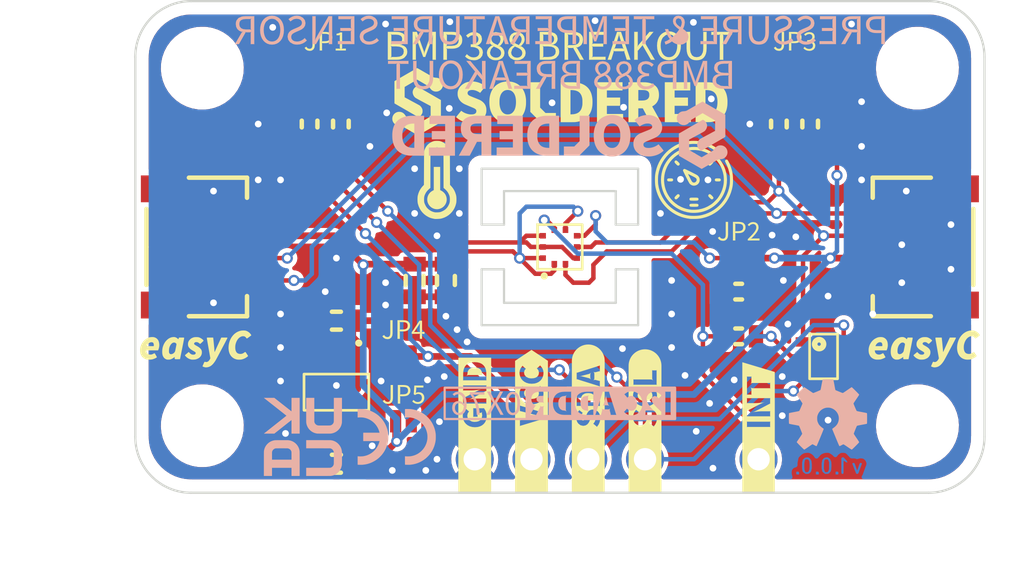
<source format=kicad_pcb>
(kicad_pcb (version 20211014) (generator pcbnew)
  (title_block (title "Pressure & temperature sensor BMP388 breakout") (date "2023-10-31") (rev "V1.0.0.") (company "Soldered Electronics") (comment 1 "333311"))
  (layers (0 "F.Cu" signal) (31 "B.Cu" signal) (34 "B.Paste" user) (35 "F.Paste" user) (36 "B.SilkS" user "B.Silkscreen") (37 "F.SilkS" user "F.Silkscreen") (38 "B.Mask" user) (39 "F.Mask" user) (44 "Edge.Cuts" user))
  (net 0 "")
  (net 1 "GND")
  (net 2 "3V3")
  (net 3 "Net-(C3-Pad2)")
  (net 4 "SDA_PULL5")
  (net 5 "VCC")
  (net 6 "SCL_PULL5")
  (net 7 "SDO")
  (net 8 "SDA_PULL3.3")
  (net 9 "SCL_PULL3.3")
  (net 10 "SCL3.3")
  (net 11 "SDA3.3")
  (net 12 "SCL5")
  (net 13 "SDA5")
  (net 15 "INT")
  (footprint "e-radionica.com footprinti:0603R" (layer "F.Cu") (at 137 143)
    (fp_text reference "R6")
    (fp_text value "10k")
    (pad "1" smd rect locked (at -0.775 0 90) (size 1 0.64) (layers "F.Cu" "F.Paste" "F.Mask") (net 15 "INT"))
    (pad "2" smd rect locked (at 0.775 0 90) (size 1 0.64) (layers "F.Cu" "F.Paste" "F.Mask") (net 2 "3V3"))
  )
  (footprint "kibuzzard-6540E3E9" (layer "F.Cu") (at 118.5 129.8)
    (fp_text reference "kibuzzard-6540E3E9" hide)
    (fp_text value "G***" hide)
  )
  (footprint "e-radionica.com footprinti:HOLE_3.2mm" (layer "F.Cu") (at 145 131)
    (fp_text reference "H3" hide)
    (fp_text value "HOLE_3.2mm" hide)
    (pad "" np_thru_hole circle locked (at 0 0) (size 3.2 3.2) (drill 3.2) (layers F&B.Cu *.Mask))
  )
  (footprint "kibuzzard-6540E22C" (layer "F.Cu") (at 125.19 147 90)
    (fp_text reference "kibuzzard-6540E22C" hide)
    (fp_text value "G***" hide)
  )
  (footprint "kibuzzard-6540E3FA" (layer "F.Cu") (at 139.5 129.8)
    (fp_text reference "kibuzzard-6540E3FA" hide)
    (fp_text value "G***" hide)
  )
  (footprint "e-radionica.com footprinti:easyC-connector" (layer "F.Cu") (at 113.3 139 90)
    (fp_text reference "K1")
    (fp_text value "easyC-SMD")
    (pad "1" smd rect locked (at -1.5 2.15 90) (size 0.6 1.55) (layers "F.Cu" "F.Paste" "F.Mask") (net 10 "SCL3.3"))
    (pad "2" smd rect locked (at -0.5 2.15 90) (size 0.6 1.55) (layers "F.Cu" "F.Paste" "F.Mask") (net 11 "SDA3.3"))
    (pad "3" smd rect locked (at 0.5 2.15 90) (size 0.6 1.55) (layers "F.Cu" "F.Paste" "F.Mask") (net 2 "3V3"))
    (pad "4" smd rect locked (at 1.5 2.15 90) (size 0.6 1.55) (layers "F.Cu" "F.Paste" "F.Mask") (net 1 "GND"))
    (pad "5" smd rect locked (at 2.6 -2.15 90) (size 1.2 1.8) (layers "F.Cu" "F.Paste" "F.Mask") (net 1 "GND"))
    (pad "5" smd rect locked (at -2.6 -2.15 90) (size 1.2 1.8) (layers "F.Cu" "F.Paste" "F.Mask") (net 1 "GND"))
  )
  (footprint "Soldered Graphics:Logo-Front-easyC-5mm" (layer "F.Cu") (at 145.3 143.5)
    (fp_text reference "G***" hide)
    (fp_text value "LOGO" hide)
  )
  (footprint "e-radionica.com footprinti:0603C" (layer "F.Cu") (at 119 148.7)
    (fp_text reference "C4")
    (fp_text value "2u2")
    (pad "1" smd rect locked (at -0.73 0) (size 0.66 1) (layers "F.Cu" "F.Paste" "F.Mask") (net 1 "GND"))
    (pad "2" smd rect locked (at 0.73 0) (size 0.66 1) (layers "F.Cu" "F.Paste" "F.Mask") (net 2 "3V3"))
  )
  (footprint "kibuzzard-6540E248" (layer "F.Cu") (at 130.27 146.7 90)
    (fp_text reference "kibuzzard-6540E248" hide)
    (fp_text value "G***" hide)
  )
  (footprint "e-radionica.com footprinti:SOT-363" (layer "F.Cu") (at 140.8 143.9)
    (fp_text reference "U2")
    (fp_text value "NMOS-DUAL")
    (pad "1" smd rect (at -0.92 -0.65 90) (size 0.42 0.66) (layers "F.Cu" "F.Paste" "F.Mask") (net 11 "SDA3.3"))
    (pad "2" smd rect (at -0.92 0 90) (size 0.42 0.66) (layers "F.Cu" "F.Paste" "F.Mask") (net 2 "3V3"))
    (pad "3" smd rect (at -0.92 0.65 90) (size 0.42 0.66) (layers "F.Cu" "F.Paste" "F.Mask") (net 12 "SCL5"))
    (pad "4" smd rect (at 0.92 0.65 90) (size 0.42 0.66) (layers "F.Cu" "F.Paste" "F.Mask") (net 10 "SCL3.3"))
    (pad "5" smd rect (at 0.92 0 90) (size 0.42 0.66) (layers "F.Cu" "F.Paste" "F.Mask") (net 2 "3V3"))
    (pad "6" smd rect (at 0.92 -0.65 90) (size 0.42 0.66) (layers "F.Cu" "F.Paste" "F.Mask") (net 13 "SDA5"))
  )
  (footprint "e-radionica.com footprinti:HOLE_3.2mm" (layer "F.Cu") (at 145 147)
    (fp_text reference "H4" hide)
    (fp_text value "HOLE_3.2mm" hide)
    (pad "" np_thru_hole circle locked (at 0 0) (size 3.2 3.2) (drill 3.2) (layers F&B.Cu *.Mask))
  )
  (footprint "e-radionica.com footprinti:0603R" (layer "F.Cu") (at 138.8 133.5 -90)
    (fp_text reference "R1")
    (fp_text value "10k")
    (pad "1" smd rect locked (at -0.775 0) (size 1 0.64) (layers "F.Cu" "F.Paste" "F.Mask") (net 8 "SDA_PULL3.3"))
    (pad "2" smd rect locked (at 0.775 0) (size 1 0.64) (layers "F.Cu" "F.Paste" "F.Mask") (net 11 "SDA3.3"))
  )
  (footprint "e-radionica.com footprinti:FIDUCIAL_23" (layer "F.Cu") (at 112.4 139)
    (fp_text reference "FD1")
    (fp_text value "FIDUCIAL")
    (fp_circle (center 0 0) (end 1 0) (layer "F.Cu") (width 0.2) (fill none))
    (pad "1" smd circle (at 0 0) (size 1 1) (layers "F.Cu" "F.Mask") (clearance 1.1))
  )
  (footprint "e-radionica.com footprinti:easyC-connector" (layer "F.Cu") (at 144.7 139 -90)
    (fp_text reference "K4")
    (fp_text value "easyC-SMD")
    (pad "1" smd rect locked (at -1.5 2.15 270) (size 0.6 1.55) (layers "F.Cu" "F.Paste" "F.Mask") (net 10 "SCL3.3"))
    (pad "2" smd rect locked (at -0.5 2.15 270) (size 0.6 1.55) (layers "F.Cu" "F.Paste" "F.Mask") (net 11 "SDA3.3"))
    (pad "3" smd rect locked (at 0.5 2.15 270) (size 0.6 1.55) (layers "F.Cu" "F.Paste" "F.Mask") (net 2 "3V3"))
    (pad "4" smd rect locked (at 1.5 2.15 270) (size 0.6 1.55) (layers "F.Cu" "F.Paste" "F.Mask") (net 1 "GND"))
    (pad "5" smd rect locked (at -2.6 -2.15 270) (size 1.2 1.8) (layers "F.Cu" "F.Paste" "F.Mask") (net 1 "GND"))
    (pad "5" smd rect locked (at 2.6 -2.15 270) (size 1.2 1.8) (layers "F.Cu" "F.Paste" "F.Mask") (net 1 "GND"))
  )
  (footprint "kibuzzard-6540E413" (layer "F.Cu") (at 122 142.7)
    (fp_text reference "kibuzzard-6540E413" hide)
    (fp_text value "G***" hide)
  )
  (footprint "e-radionica.com footprinti:BMP388" (layer "F.Cu") (at 129 139 180)
    (fp_text reference "U1")
    (fp_text value "BMP388")
    (pad "1" smd rect (at 0.25 -0.7625 270) (size 0.275 0.25) (layers "F.Cu" "F.Paste" "F.Mask") (net 2 "3V3"))
    (pad "2" smd rect (at -0.25 -0.7625 270) (size 0.275 0.25) (layers "F.Cu" "F.Paste" "F.Mask") (net 10 "SCL3.3"))
    (pad "3" smd rect (at -0.7625 -0.5 180) (size 0.275 0.25) (layers "F.Cu" "F.Paste" "F.Mask") (net 1 "GND"))
    (pad "4" smd rect (at -0.7625 0 180) (size 0.275 0.25) (layers "F.Cu" "F.Paste" "F.Mask") (net 11 "SDA3.3"))
    (pad "5" smd rect (at -0.7625 0.5 180) (size 0.275 0.25) (layers "F.Cu" "F.Paste" "F.Mask") (net 7 "SDO"))
    (pad "6" smd rect (at -0.25 0.7625 270) (size 0.275 0.25) (layers "F.Cu" "F.Paste" "F.Mask") (net 2 "3V3"))
    (pad "7" smd rect (at 0.25 0.7625 270) (size 0.275 0.25) (layers "F.Cu" "F.Paste" "F.Mask") (net 15 "INT"))
    (pad "8" smd rect (at 0.7625 0.5 180) (size 0.275 0.25) (layers "F.Cu" "F.Paste" "F.Mask") (net 1 "GND"))
    (pad "9" smd rect (at 0.7625 0 180) (size 0.275 0.25) (layers "F.Cu" "F.Paste" "F.Mask") (net 1 "GND"))
    (pad "10" smd rect (at 0.7625 -0.5 180) (size 0.275 0.25) (layers "F.Cu" "F.Paste" "F.Mask") (net 2 "3V3"))
  )
  (footprint "kibuzzard-654100A7" (layer "F.Cu") (at 137.89 147.1 90)
    (fp_text reference "kibuzzard-654100A7" hide)
    (fp_text value "G***" hide)
  )
  (footprint "e-radionica.com footprinti:SMD_JUMPER" (layer "F.Cu") (at 122 146.8 180)
    (fp_text reference "JP5")
    (fp_text value "SMD_JUMPER")
    (pad "1" smd rect (at -0.35 0 180) (size 0.5 1) (layers "F.Cu" "F.Mask") (net 5 "VCC"))
    (pad "2" smd rect (at 0.35 0 180) (size 0.5 1) (layers "F.Cu" "F.Mask") (net 2 "3V3"))
  )
  (footprint "Soldered Graphics:Logo-Back-UKCA-3.5mm" (layer "F.Cu") (at 117.5 147.5)
    (fp_text reference "REF**" hide)
    (fp_text value "Logo-Back-UKCA-3.5mm" hide)
  )
  (footprint "Soldered Graphics:Logo-Front-SolderedFULL-15mm" (layer "F.Cu") (at 129 132.5)
    (fp_text reference "REF**" hide)
    (fp_text value "Logo-Front-SolderedFULL-15mm" hide)
  )
  (footprint "kibuzzard-6540E253" (layer "F.Cu") (at 132.81 146.8 90)
    (fp_text reference "kibuzzard-6540E253" hide)
    (fp_text value "G***" hide)
  )
  (footprint "Soldered Graphics:Logo-Back-CE-3.5mm" (layer "F.Cu") (at 121.7 147.5)
    (fp_text reference "REF**" hide)
    (fp_text value "Logo-Back-CE-3.5mm" hide)
  )
  (footprint "kibuzzard-6540E409" (layer "F.Cu") (at 137 138.3)
    (fp_text reference "kibuzzard-6540E409" hide)
    (fp_text value "G***" hide)
  )
  (footprint "e-radionica.com footprinti:SMD_JUMPER" (layer "F.Cu") (at 137 139.5 180)
    (fp_text reference "JP2")
    (fp_text value "SMD_JUMPER")
    (pad "1" smd rect (at -0.35 0 180) (size 0.5 1) (layers "F.Cu" "F.Mask") (net 2 "3V3"))
    (pad "2" smd rect (at 0.35 0 180) (size 0.5 1) (layers "F.Cu" "F.Mask") (net 7 "SDO"))
  )
  (footprint "e-radionica.com footprinti:SMD_JUMPER_3_PAD_TRACE" (layer "F.Cu") (at 139.5 131)
    (fp_text reference "JP3")
    (fp_text value "SMD_JUMPER_3_PAD_TRACE")
    (fp_poly (pts (xy -0.25 0.05) (xy -0.45 0.05) (xy -0.45 -0.05) (xy -0.25 -0.05)) (layer "F.Cu") (width 0.1) (fill solid))
    (fp_poly (pts (xy 0.45 0.05) (xy 0.25 0.05) (xy 0.25 -0.05) (xy 0.45 -0.05)) (layer "F.Cu") (width 0.1) (fill solid))
    (pad "1" smd rect (at -0.7 0 180) (size 0.5 1) (layers "F.Cu" "F.Mask") (net 8 "SDA_PULL3.3"))
    (pad "2" smd custom (at 0 0 180) (size 0.5 1) (layers "F.Cu" "F.Mask") (net 2 "3V3") (options (clearance outline) (anchor rect)) (primitives))
    (pad "3" smd rect (at 0.7 0 180) (size 0.5 1) (layers "F.Cu" "F.Mask") (net 9 "SCL_PULL3.3"))
  )
  (footprint "e-radionica.com footprinti:0603C" (layer "F.Cu") (at 122.5 140.5 90)
    (fp_text reference "C2")
    (fp_text value "100n")
    (pad "1" smd rect locked (at -0.73 0 90) (size 0.66 1) (layers "F.Cu" "F.Paste" "F.Mask") (net 1 "GND"))
    (pad "2" smd rect locked (at 0.73 0 90) (size 0.66 1) (layers "F.Cu" "F.Paste" "F.Mask") (net 2 "3V3"))
  )
  (footprint "e-radionica.com footprinti:SOT-23-5" (layer "F.Cu") (at 119 145.5 90)
    (fp_text reference "U3")
    (fp_text value "SE5218ALG")
    (pad "1" smd rect (at 1.3 0.95 270) (size 1.1 0.6) (layers "F.Cu" "F.Paste" "F.Mask") (net 3 "Net-(C3-Pad2)"))
    (pad "2" smd rect (at 1.3 0 270) (size 1.1 0.6) (layers "F.Cu" "F.Paste" "F.Mask") (net 1 "GND"))
    (pad "3" smd rect (at 1.3 -0.95 270) (size 1.1 0.6) (layers "F.Cu" "F.Paste" "F.Mask") (net 3 "Net-(C3-Pad2)"))
    (pad "4" smd rect (at -1.3 -0.95 270) (size 1.1 0.6) (layers "F.Cu" "F.Paste" "F.Mask"))
    (pad "5" smd rect (at -1.3 0.95 270) (size 1.1 0.6) (layers "F.Cu" "F.Paste" "F.Mask") (net 2 "3V3"))
  )
  (footprint "Soldered Graphics:Logo-Back-SolderedFULL-15mm" (layer "F.Cu") (at 129 134)
    (fp_text reference "REF**" hide)
    (fp_text value "Logo-Front-SolderedFULL-15mm" hide)
  )
  (footprint "e-radionica.com footprinti:HOLE_3.2mm" (layer "F.Cu") (at 113 147)
    (fp_text reference "H1" hide)
    (fp_text value "HOLE_3.2mm" hide)
    (pad "" np_thru_hole circle locked (at 0 0) (size 3.2 3.2) (drill 3.2) (layers F&B.Cu *.Mask))
  )
  (footprint "kibuzzard-6540E41D" (layer "F.Cu") (at 122 145.6)
    (fp_text reference "kibuzzard-6540E41D" hide)
    (fp_text value "G***" hide)
  )
  (footprint "Soldered Graphics:Logo-Front-easyC-5mm" (layer "F.Cu") (at 112.7 143.5)
    (fp_text reference "G***" hide)
    (fp_text value "LOGO" hide)
  )
  (footprint "e-radionica.com footprinti:0603R" (layer "F.Cu") (at 119.2 133.5 -90)
    (fp_text reference "R2")
    (fp_text value "10k")
    (pad "1" smd rect locked (at -0.775 0) (size 1 0.64) (layers "F.Cu" "F.Paste" "F.Mask") (net 6 "SCL_PULL5"))
    (pad "2" smd rect locked (at 0.775 0) (size 1 0.64) (layers "F.Cu" "F.Paste" "F.Mask") (net 12 "SCL5"))
  )
  (footprint "Soldered Graphics:Logo-Back-OSH-3.5mm" (layer "F.Cu") (at 141 146.5)
    (fp_text reference "G***" hide)
    (fp_text value "LOGO" hide)
  )
  (footprint "e-radionica.com footprinti:0603R" (layer "F.Cu") (at 140.2 133.5 90)
    (fp_text reference "R5")
    (fp_text value "10k")
    (pad "1" smd rect locked (at -0.775 0 180) (size 1 0.64) (layers "F.Cu" "F.Paste" "F.Mask") (net 10 "SCL3.3"))
    (pad "2" smd rect locked (at 0.775 0 180) (size 1 0.64) (layers "F.Cu" "F.Paste" "F.Mask") (net 9 "SCL_PULL3.3"))
  )
  (footprint "kibuzzard-6540EFF4" (layer "F.Cu") (at 129 130)
    (fp_text reference "kibuzzard-6540EFF4" hide)
    (fp_text value "G***" hide)
  )
  (footprint "e-radionica.com footprinti:SMD-JUMPER-CONNECTED_TRACE_SOLDERMASK" (layer "F.Cu") (at 122 143.9)
    (fp_text reference "JP4")
    (fp_text value "SMD-JUMPER-CONNECTED_TRACE_SOLDERMASK")
    (fp_poly (pts (xy 0.1 0.1) (xy -0.1 0.1) (xy -0.1 -0.1) (xy 0.1 -0.1)) (layer "F.Cu") (width 0.1) (fill solid))
    (pad "1" smd rect (at -0.35 0) (size 0.5 1) (layers "F.Cu" "F.Mask") (net 3 "Net-(C3-Pad2)"))
    (pad "2" smd rect (at 0.35 0) (size 0.5 1) (layers "F.Cu" "F.Mask") (net 5 "VCC"))
  )
  (footprint "Soldered Graphics:Symbol-Front-Temperature" (layer "F.Cu") (at 123.5 136)
    (fp_text reference "G***" hide)
    (fp_text value "LOGO" hide)
  )
  (footprint "e-radionica.com footprinti:HEADER_MALE_1X1" (layer "F.Cu") (at 137.89 148.5)
    (fp_text reference "K3")
    (fp_text value "HEADER_MALE_1X1")
    (pad "1" thru_hole circle locked (at 0 0) (size 1.7 1.7) (drill 1) (layers *.Cu *.Mask) (net 15 "INT"))
  )
  (footprint "e-radionica.com footprinti:HOLE_3.2mm" (layer "F.Cu") (at 113 131)
    (fp_text reference "H2" hide)
    (fp_text value "HOLE_3.2mm" hide)
    (pad "" np_thru_hole circle locked (at 0 0) (size 3.2 3.2) (drill 3.2) (layers F&B.Cu *.Mask))
  )
  (footprint "Soldered Graphics:Symbol-front-Pressure" (layer "F.Cu") (at 135 136)
    (fp_text reference "G***" hide)
    (fp_text value "LOGO" hide)
  )
  (footprint "e-radionica.com footprinti:SMD_JUMPER_3_PAD_TRACE" (layer "F.Cu") (at 118.5 131)
    (fp_text reference "JP1")
    (fp_text value "SMD_JUMPER_3_PAD_TRACE")
    (fp_poly (pts (xy 0.45 0.05) (xy 0.25 0.05) (xy 0.25 -0.05) (xy 0.45 -0.05)) (layer "F.Cu") (width 0.1) (fill solid))
    (fp_poly (pts (xy -0.25 0.05) (xy -0.45 0.05) (xy -0.45 -0.05) (xy -0.25 -0.05)) (layer "F.Cu") (width 0.1) (fill solid))
    (pad "1" smd rect (at -0.7 0 180) (size 0.5 1) (layers "F.Cu" "F.Mask") (net 4 "SDA_PULL5"))
    (pad "2" smd custom (at 0 0 180) (size 0.5 1) (layers "F.Cu" "F.Mask") (net 5 "VCC") (options (clearance outline) (anchor rect)) (primitives))
    (pad "3" smd rect (at 0.7 0 180) (size 0.5 1) (layers "F.Cu" "F.Mask") (net 6 "SCL_PULL5"))
  )
  (footprint "e-radionica.com footprinti:0603C" (layer "F.Cu") (at 119 142.3)
    (fp_text reference "C3")
    (fp_text value "2u2")
    (pad "1" smd rect locked (at -0.73 0) (size 0.66 1) (layers "F.Cu" "F.Paste" "F.Mask") (net 1 "GND"))
    (pad "2" smd rect locked (at 0.73 0) (size 0.66 1) (layers "F.Cu" "F.Paste" "F.Mask") (net 3 "Net-(C3-Pad2)"))
  )
  (footprint "e-radionica.com footprinti:HEADER_MALE_4X1" (layer "F.Cu") (at 129 148.5 180)
    (fp_text reference "K2")
    (fp_text value "HEADER_MALE_4X1")
    (pad "1" thru_hole circle locked (at -3.81 0 180) (size 1.7 1.7) (drill 1) (layers *.Cu *.Mask) (net 12 "SCL5"))
    (pad "2" thru_hole circle locked (at -1.27 0 180) (size 1.7 1.7) (drill 1) (layers *.Cu *.Mask) (net 13 "SDA5"))
    (pad "3" thru_hole circle locked (at 1.27 0 180) (size 1.7 1.7) (drill 1) (layers *.Cu *.Mask) (net 5 "VCC"))
    (pad "4" thru_hole circle locked (at 3.81 0 180) (size 1.7 1.7) (drill 1) (layers *.Cu *.Mask) (net 1 "GND"))
  )
  (footprint "e-radionica.com footprinti:0603R" (layer "F.Cu") (at 117.8 133.5 90)
    (fp_text reference "R4")
    (fp_text value "10k")
    (pad "1" smd rect locked (at -0.775 0 180) (size 1 0.64) (layers "F.Cu" "F.Paste" "F.Mask") (net 13 "SDA5"))
    (pad "2" smd rect locked (at 0.775 0 180) (size 1 0.64) (layers "F.Cu" "F.Paste" "F.Mask") (net 4 "SDA_PULL5"))
  )
  (footprint "e-radionica.com footprinti:0603C" (layer "F.Cu") (at 123.9 140.5 90)
    (fp_text reference "C1")
    (fp_text value "100n")
    (pad "1" smd rect locked (at -0.73 0 90) (size 0.66 1) (layers "F.Cu" "F.Paste" "F.Mask") (net 1 "GND"))
    (pad "2" smd rect locked (at 0.73 0 90) (size 0.66 1) (layers "F.Cu" "F.Paste" "F.Mask") (net 2 "3V3"))
  )
  (footprint "kibuzzard-6540E239" (layer "F.Cu") (at 127.73 146.8 90)
    (fp_text reference "kibuzzard-6540E239" hide)
    (fp_text value "G***" hide)
  )
  (footprint "e-radionica.com footprinti:0603R" (layer "F.Cu") (at 137 141 180)
    (fp_text reference "R3")
    (fp_text value "100k")
    (pad "1" smd rect locked (at -0.775 0 270) (size 1 0.64) (layers "F.Cu" "F.Paste" "F.Mask") (net 1 "GND"))
    (pad "2" smd rect locked (at 0.775 0 270) (size 1 0.64) (layers "F.Cu" "F.Paste" "F.Mask") (net 7 "SDO"))
  )
  (footprint "Soldered Graphics:Symbol-Front-I2C-ADDR-Field-NewFont" (layer "B.Cu") (at 129 146 180)
    (fp_text reference "REF**" hide)
    (fp_text value "Symbol-Front-I2C-ADDR-Field" hide)
  )
  (footprint "kibuzzard-6540EFF4" (layer "B.Cu") (at 129 131.3 180)
    (fp_text reference "kibuzzard-6540EFF4" hide)
    (fp_text value "G***" hide)
  )
  (footprint "kibuzzard-65410794" (layer "B.Cu") (at 129 129.3 180)
    (fp_text reference "kibuzzard-65410794" hide)
    (fp_text value "G***" hide)
  )
  (footprint "kibuzzard-6540E637" (layer "B.Cu") (at 125.7 146 180)
    (fp_text reference "kibuzzard-6540E637" hide)
    (fp_text value "G***" hide)
  )
  (footprint "Soldered Graphics:Version1.0.0." (layer "B.Cu") (at 141 148.8 180)
    (fp_text reference "Ref**" hide)
    (fp_text value "Val**" hide)
    (fp_poly (pts (xy 0.93 -0.35) (xy 0.99 -0.35) (xy 1.04 -0.33) (xy 1.01 -0.28) (xy 0.91 -0.28) (xy 0.87 -0.25) (xy 0.85 -0.2) (xy 0.83 -0.15) (xy 0.83 -0.11) (xy 0.82 0.01) (xy 0.83 0.13) (xy 0.83 0.17) (xy 0.84 0.22) (xy 0.87 0.27) (xy 0.9 0.3) (xy 1.01 0.3) (xy 1.04 0.26) (xy 1.05 0.21) (xy 1.06 0.15) (xy 1.07 0.05) (xy 1.07 -0.08) (xy 1.06 -0.12) (xy 1.06 -0.17) (xy 1.04 -0.22) (xy 1.02 -0.27) (xy 1.01 -0.28) (xy 1.05 -0.32) (xy 1.09 -0.29) (xy 1.12 -0.26) (xy 1.14 -0.22) (xy 1.15 -0.16) (xy 1.16 -0.11) (xy 1.16 -0.06) (xy 1.16 0.06) (xy 1.16 0.12) (xy 1.15 0.17) (xy 1.14 0.22) (xy 1.13 0.27) (xy 1.1 0.3) (xy 1.06 0.34) (xy 1.01 0.37) (xy 0.95 0.38) (xy 0.9 0.38) (xy 0.84 0.35) (xy 0.8 0.31) (xy 0.78 0.28) (xy 0.75 0.23) (xy 0.74 0.18) (xy 0.74 0.13) (xy 0.73 0.08) (xy 0.73 -0.04) (xy 0.73 -0.1) (xy 0.74 -0.14) (xy 0.75 -0.2) (xy 0.77 -0.25) (xy 0.79 -0.28) (xy 0.83 -0.32) (xy 0.89 -0.35) (xy 0.93 -0.35)) (layer "B.Cu") (width 0.01) (fill solid))
    (fp_poly (pts (xy -0.67 -0.35) (xy -0.62 -0.35) (xy -0.6 -0.31) (xy -0.6 0.35) (xy -0.64 0.38) (xy -0.69 0.38) (xy -0.73 0.34) (xy -0.84 0.22) (xy -0.86 0.17) (xy -0.83 0.16) (xy -0.73 0.22) (xy -0.69 0.23) (xy -0.69 -0.31) (xy -0.67 -0.35)) (layer "B.Cu") (width 0.01) (fill solid))
    (fp_poly (pts (xy 0.06 -0.35) (xy 0.11 -0.35) (xy 0.17 -0.33) (xy 0.13 -0.28) (xy 0.03 -0.28) (xy -0.01 -0.25) (xy -0.03 -0.2) (xy -0.05 -0.15) (xy -0.05 -0.11) (xy -0.05 0.01) (xy -0.05 0.13) (xy -0.05 0.17) (xy -0.03 0.22) (xy -0.01 0.27) (xy 0.02 0.3) (xy 0.13 0.3) (xy 0.16 0.26) (xy 0.18 0.21) (xy 0.18 0.15) (xy 0.19 0.05) (xy 0.19 -0.08) (xy 0.19 -0.12) (xy 0.18 -0.17) (xy 0.16 -0.22) (xy 0.14 -0.27) (xy 0.14 -0.28) (xy 0.17 -0.32) (xy 0.21 -0.29) (xy 0.24 -0.26) (xy 0.26 -0.22) (xy 0.27 -0.16) (xy 0.28 -0.11) (xy 0.28 -0.06) (xy 0.28 0.06) (xy 0.28 0.12) (xy 0.27 0.17) (xy 0.26 0.22) (xy 0.25 0.27) (xy 0.22 0.3) (xy 0.19 0.34) (xy 0.13 0.37) (xy 0.08 0.38) (xy 0.02 0.38) (xy -0.03 0.35) (xy -0.08 0.31) (xy -0.1 0.28) (xy -0.12 0.23) (xy -0.14 0.18) (xy -0.14 0.13) (xy -0.15 0.08) (xy -0.15 -0.04) (xy -0.14 -0.1) (xy -0.14 -0.14) (xy -0.13 -0.2) (xy -0.11 -0.25) (xy -0.08 -0.28) (xy -0.05 -0.32) (xy 0.01 -0.35) (xy 0.06 -0.35)) (layer "B.Cu") (width 0.01) (fill solid))
    (fp_poly (pts (xy -0.44 -0.38) (xy -0.39 -0.38) (xy -0.34 -0.37) (xy -0.34 -0.33) (xy -0.34 -0.27) (xy -0.38 -0.26) (xy -0.43 -0.26) (xy -0.46 -0.29) (xy -0.46 -0.34) (xy -0.44 -0.38)) (layer "B.Cu") (width 0.01) (fill solid))
    (fp_poly (pts (xy -1.33 -0.35) (xy -1.27 -0.35) (xy -1.25 -0.31) (xy -1.09 0.1) (xy -1.11 0.13) (xy -1.16 0.13) (xy -1.19 0.1) (xy -1.28 -0.16) (xy -1.3 -0.21) (xy -1.32 -0.17) (xy -1.41 0.09) (xy -1.44 0.13) (xy -1.49 0.13) (xy -1.51 0.1) (xy -1.36 -0.31) (xy -1.33 -0.35)) (layer "B.Cu") (width 0.01) (fill solid))
    (fp_poly (pts (xy 1.31 -0.38) (xy 1.36 -0.38) (xy 1.41 -0.37) (xy 1.42 -0.33) (xy 1.42 -0.27) (xy 1.38 -0.26) (xy 1.33 -0.26) (xy 1.3 -0.29) (xy 1.3 -0.34) (xy 1.31 -0.38)) (layer "B.Cu") (width 0.01) (fill solid))
    (fp_poly (pts (xy 0.43 -0.38) (xy 0.48 -0.38) (xy 0.54 -0.37) (xy 0.54 -0.33) (xy 0.54 -0.27) (xy 0.5 -0.26) (xy 0.45 -0.26) (xy 0.42 -0.29) (xy 0.42 -0.34) (xy 0.43 -0.38)) (layer "B.Cu") (width 0.01) (fill solid))
  )
  (gr_line (start 125.5 142.5) (end 132.5 142.5) (layer "Edge.Cuts") (width 0.1))
  (gr_line (start 132.5 140) (end 131.5 140) (layer "Edge.Cuts") (width 0.1))
  (gr_arc (start 112.5 150) (mid 110.732233 149.267767) (end 110 147.5) (layer "Edge.Cuts") (width 0.1))
  (gr_arc (start 110 130.5) (mid 110.732233 128.732233) (end 112.5 128) (layer "Edge.Cuts") (width 0.1))
  (gr_line (start 110 147.5) (end 110 130.5) (layer "Edge.Cuts") (width 0.1))
  (gr_arc (start 145.5 128) (mid 147.267767 128.732233) (end 148 130.5) (layer "Edge.Cuts") (width 0.1))
  (gr_line (start 126.5 141.5) (end 126.5 140) (layer "Edge.Cuts") (width 0.1))
  (gr_line (start 148 130.5) (end 148 147.5) (layer "Edge.Cuts") (width 0.1))
  (gr_line (start 132.5 138) (end 131.5 138) (layer "Edge.Cuts") (width 0.1))
  (gr_line (start 132.5 135.5) (end 132.5 138) (layer "Edge.Cuts") (width 0.1))
  (gr_line (start 126.5 138) (end 125.5 138) (layer "Edge.Cuts") (width 0.1))
  (gr_line (start 131.5 141.5) (end 126.5 141.5) (layer "Edge.Cuts") (width 0.1))
  (gr_line (start 131.5 136.5) (end 126.5 136.5) (layer "Edge.Cuts") (width 0.1))
  (gr_line (start 125.5 140) (end 125.5 142.5) (layer "Edge.Cuts") (width 0.1))
  (gr_line (start 131.5 140) (end 131.5 141.5) (layer "Edge.Cuts") (width 0.1))
  (gr_line (start 131.5 138) (end 131.5 136.5) (layer "Edge.Cuts") (width 0.1))
  (gr_line (start 112.5 128) (end 145.5 128) (layer "Edge.Cuts") (width 0.1))
  (gr_line (start 145.5 150) (end 112.5 150) (layer "Edge.Cuts") (width 0.1))
  (gr_arc (start 148 147.5) (mid 147.267767 149.267767) (end 145.5 150) (layer "Edge.Cuts") (width 0.1))
  (gr_line (start 125.5 135.5) (end 132.5 135.5) (layer "Edge.Cuts") (width 0.1))
  (gr_line (start 125.5 138) (end 125.5 135.5) (layer "Edge.Cuts") (width 0.1))
  (gr_line (start 126.5 140) (end 125.5 140) (layer "Edge.Cuts") (width 0.1))
  (gr_line (start 132.5 142.5) (end 132.5 140) (layer "Edge.Cuts") (width 0.1))
  (gr_line (start 126.5 136.5) (end 126.5 138) (layer "Edge.Cuts") (width 0.1))
  (segment (start 128.2375 138.5) (end 127.5 138.5) (width 0.2) (layer "F.Cu") (net 1))
  (segment (start 128.2375 139) (end 127.7 139) (width 0.2) (layer "F.Cu") (net 1))
  (segment (start 127.2 138.8) (end 123.8 138.8) (width 0.2) (layer "F.Cu") (net 1))
  (segment (start 123.8 138.8) (end 123.5 138.5) (width 0.2) (layer "F.Cu") (net 1))
  (segment (start 127.5 138.5) (end 127.2 138.8) (width 0.2) (layer "F.Cu") (net 1))
  (segment (start 129.6 139.5) (end 129.1 139) (width 0.2) (layer "F.Cu") (net 1))
  (segment (start 129.7625 139.5) (end 129.6 139.5) (width 0.2) (layer "F.Cu") (net 1))
  (segment (start 127.7 139) (end 127.5 138.8) (width 0.2) (layer "F.Cu") (net 1))
  (segment (start 129.1 139) (end 128.2375 139) (width 0.2) (layer "F.Cu") (net 1))
  (segment (start 127.5 138.8) (end 127.2 138.8) (width 0.2) (layer "F.Cu") (net 1))
  (via (at 113.5 136.5) (size 0.5) (drill 0.3) (layers "F.Cu" "B.Cu") (net 1))
  (via (at 141 141.2) (size 0.5) (drill 0.3) (layers "F.Cu" "B.Cu") (net 1))
  (via (at 142.5 132.5) (size 0.5) (drill 0.3) (layers "F.Cu" "B.Cu") (net 1))
  (via (at 135.625 136) (size 0.5) (drill 0.3) (layers "F.Cu" "B.Cu") (net 1))
  (via (at 118.5 141) (size 0.5) (drill 0.3) (layers "F.Cu" "B.Cu") (net 1))
  (via (at 134.6 144.75) (size 0.5) (drill 0.3) (layers "F.Cu" "B.Cu") (net 1))
  (via (at 122.5 137.5) (size 0.5) (drill 0.3) (layers "F.Cu" "B.Cu") (net 1))
  (via (at 128.65 132.55) (size 0.5) (drill 0.3) (layers "F.Cu" "B.Cu") (net 1))
  (via (at 146.5 140) (size 0.5) (drill 0.3) (layers "F.Cu" "B.Cu") (net 1))
  (via (at 134 142) (size 0.5) (drill 0.3) (layers "F.Cu" "B.Cu") (net 1))
  (via (at 122.5 135.5) (size 0.5) (drill 0.3) (layers "F.Cu" "B.Cu") (net 1))
  (via (at 121.2 140.6) (size 0.5) (drill 0.3) (layers "F.Cu" "B.Cu") (net 1))
  (via (at 123.075 144.95) (size 0.5) (drill 0.3) (layers "F.Cu" "B.Cu") (net 1))
  (via (at 141 146.75) (size 0.5) (drill 0.3) (layers "F.Cu" "B.Cu") (net 1))
  (via (at 121.25 133) (size 0.5) (drill 0.3) (layers "F.Cu" "B.Cu") (net 1))
  (via (at 115.5 133.5) (size 0.5) (drill 0.3) (layers "F.Cu" "B.Cu") (net 1))
  (via (at 131.8 143.55) (size 0.5) (drill 0.3) (layers "F.Cu" "B.Cu") (net 1))
  (via (at 121.2 129.025) (size 0.5) (drill 0.3) (layers "F.Cu" "B.Cu") (net 1))
  (via (at 135.835551 138.308455) (size 0.5) (drill 0.3) (layers "F.Cu" "B.Cu") (net 1))
  (via (at 146.5 138) (size 0.5) (drill 0.3) (layers "F.Cu" "B.Cu") (net 1))
  (via (at 135.1 147.25) (size 0.5) (drill 0.3) (layers "F.Cu" "B.Cu") (net 1))
  (via (at 116.5 143.5) (size 0.5) (drill 0.3) (layers "F.Cu" "B.Cu") (net 1))
  (via (at 134 140.5) (size 0.5) (drill 0.3) (layers "F.Cu" "B.Cu") (net 1))
  (via (at 124.5 135.5) (size 0.5) (drill 0.3) (layers "F.Cu" "B.Cu") (net 1))
  (via (at 138.496821 138.470252) (size 0.5) (drill 0.3) (layers "F.Cu" "B.Cu") (net 1))
  (via (at 142.5 136) (size 0.5) (drill 0.3) (layers "F.Cu" "B.Cu") (net 1))
  (via (at 124.85 143.25) (size 0.5) (drill 0.3) (layers "F.Cu" "B.Cu") (net 1))
  (via (at 138.95 146.55) (size 0.5) (drill 0.3) (layers "F.Cu" "B.Cu") (net 1))
  (via (at 121.2 141.6) (size 0.5) (drill 0.3) (layers "F.Cu" "B.Cu") (net 1))
  (via (at 131.85 132.75) (size 0.5) (drill 0.3) (layers "F.Cu" "B.Cu") (net 1))
  (via (at 139 140.5) (size 0.5) (drill 0.3) (layers "F.Cu" "B.Cu") (net 1))
  (via (at 139.2 142.45) (size 0.5) (drill 0.3) (layers "F.Cu" "B.Cu") (net 1))
  (via (at 124.4 142.7) (size 0.5) (drill 0.3) (layers "F.Cu" "B.Cu") (net 1))
  (via (at 123.609016 146.819627) (size 0.5) (drill 0.3) (layers "F.Cu" "B.Cu") (net 1))
  (via (at 124.075 128.925) (size 0.5) (drill 0.3) (layers "F.Cu" "B.Cu") (net 1))
  (via (at 123.825 144.8) (size 0.5) (drill 0.3) (layers "F.Cu" "B.Cu") (net 1))
  (via (at 134.4 135.975) (size 0.5) (drill 0.3) (layers "F.Cu" "B.Cu") (net 1))
  (via (at 144.3 140.6) (size 0.5) (drill 0.3) (layers "F.Cu" "B.Cu") (net 1))
  (via (at 116.5 142) (size 0.5) (drill 0.3) (layers "F.Cu" "B.Cu") (net 1))
  (via (at 121 145) (size 0.5) (drill 0.3) (layers "F.Cu" "B.Cu") (net 1))
  (via (at 119 139.5) (size 0.5) (drill 0.3) (layers "F.Cu" "B.Cu") (net 1))
  (via (at 144.5 136.5) (size 0.5) (drill 0.3) (layers "F.Cu" "B.Cu") (net 1))
  (via (at 133.5 137.5) (size 0.5) (drill 0.3) (layers "F.Cu" "B.Cu") (net 1))
  (via (at 135.7 146) (size 0.5) (drill 0.3) (layers "F.Cu" "B.Cu") (net 1))
  (via (at 124.05 132.8) (size 0.5) (drill 0.3) (layers "F.Cu" "B.Cu") (net 1))
  (via (at 116.5 136) (size 0.5) (drill 0.3) (layers "F.Cu" "B.Cu") (net 1))
  (via (at 135.85 148.9) (size 0.5) (drill 0.3) (layers "F.Cu" "B.Cu") (net 1))
  (via (at 137.5 133.5) (size 0.5) (drill 0.3) (layers "F.Cu" "B.Cu") (net 1))
  (via (at 144.3 138.9) (size 0.5) (drill 0.3) (layers "F.Cu" "B.Cu") (net 1))
  (via (at 120.5 134.5) (size 0.5) (drill 0.3) (layers "F.Cu" "B.Cu") (net 1))
  (via (at 143 142) (size 0.5) (drill 0.3) (layers "F.Cu" "B.Cu") (net 1))
  (via (at 136.8 144.95) (size 0.5) (drill 0.3) (layers "F.Cu" "B.Cu") (net 1))
  (via (at 139.556866 138.54836) (size 0.5) (drill 0.3) (layers "F.Cu" "B.Cu") (net 1))
  (via (at 119 145.2) (size 0.5) (drill 0.3) (layers "F.Cu" "B.Cu") (net 1))
  (via (at 134.975 128.95) (size 0.5) (drill 0.3) (layers "F.Cu" "B.Cu") (net 1))
  (via (at 123.5 148.5) (size 0.5) (drill 0.3) (layers "F.Cu" "B.Cu") (net 1))
  (via (at 142.5 134.5) (size 0.5) (drill 0.3) (layers "F.Cu" "B.Cu") (net 1))
  (via (at 121.5 149) (size 0.5) (drill 0.3) (layers "F.Cu" "B.Cu") (net 1))
  (via (at 115.5 136) (size 0.5) (drill 0.3) (layers "F.Cu" "B.Cu") (net 1))
  (via (at 124.5 137.5) (size 0.5) (drill 0.3) (layers "F.Cu" "B.Cu") (net 1))
  (via (at 113.5 141.5) (size 0.5) (drill 0.3) (layers "F.Cu" "B.Cu") (net 1))
  (via (at 135.775 132.375) (size 0.5) (drill 0.3) (layers "F.Cu" "B.Cu") (net 1))
  (via (at 138.95 144.8) (size 0.5) (drill 0.3) (layers "F.Cu" "B.Cu") (net 1))
  (via (at 142.05 129.025) (size 0.5) (drill 0.3) (layers "F.Cu" "B.Cu") (net 1))
  (via (at 130.575 128.875) (size 0.5) (drill 0.3) (layers "F.Cu" "B.Cu") (net 1))
  (via (at 134 143.5) (size 0.5) (drill 0.3) (layers "F.Cu" "B.Cu") (net 1))
  (via (at 116.5 145) (size 0.5) (drill 0.3) (layers "F.Cu" "B.Cu") (net 1))
  (via (at 123 149) (size 0.5) (drill 0.3) (layers "F.Cu" "B.Cu") (net 1))
  (via (at 123.5 138.5) (size 0.5) (drill 0.3) (layers "F.Cu" "B.Cu") (net 1))
  (via (at 116.15 129.175) (size 0.5) (drill 0.3) (layers "F.Cu" "B.Cu") (net 1))
  (via (at 116.722095 147.345908) (size 0.5) (drill 0.3) (layers "F.Cu" "B.Cu") (net 1))
  (via (at 123.9 142.1) (size 0.5) (drill 0.3) (layers "F.Cu" "B.Cu") (net 1))
  (via (at 120.6 147.9) (size 0.5) (drill 0.3) (layers "F.Cu" "B.Cu") (net 1))
  (segment (start 121.65 147.65) (end 121.65 146.8) (width 0.3) (layer "F.Cu") (net 2))
  (segment (start 120.23 139.77) (end 122.5 139.77) (width 0.3) (layer "F.Cu") (net 2))
  (segment (start 128.6 140.2) (end 127.9 140.2) (width 0.2) (layer "F.Cu") (net 2))
  (segment (start 141.72 143.9) (end 139.88 143.9) (width 0.2) (layer "F.Cu") (net 2))
  (segment (start 119.95 147.75) (end 119.95 146.8) (width 0.3) (layer "F.Cu") (net 2))
  (segment (start 140.7 129.7) (end 141.4 130.4) (width 0.2) (layer "F.Cu") (net 2))
  (segment (start 121.7 147.7) (end 120.7 148.7) (width 0.3) (layer "F.Cu") (net 2))
  (segment (start 118.9 138.5) (end 115.45 138.5) (width 0.3) (layer "F.Cu") (net 2))
  (segment (start 121.7 147.7) (end 121.65 147.65) (width 0.3) (layer "F.Cu") (net 2))
  (segment (start 120.7 148.7) (end 119.73 148.7) (width 0.3) (layer "F.Cu") (net 2))
  (segment (start 138.45 143) (end 137.775 143) (width 0.2) (layer "F.Cu") (net 2))
  (segment (start 139.5 131) (end 139.5 129.9) (width 0.2) (layer "F.Cu") (net 2))
  (segment (start 129.25 138.2375) (end 129.25 137.95) (width 0.2) (layer "F.Cu") (net 2))
  (segment (start 128.2375 139.5) (end 127.2 139.5) (width 0.2) (layer "F.Cu") (net 2))
  (segment (start 122.5 139.77) (end 123.9 139.77) (width 0.3) (layer "F.Cu") (net 2))
  (segment (start 127.9 140.2) (end 127.2 139.5) (width 0.2) (layer "F.Cu") (net 2))
  (segment (start 137.35 139.5) (end 138.6 139.5) (width 0.3) (layer "F.Cu") (net 2))
  (segment (start 119.73 147.97) (end 119.95 147.75) (width 0.3) (layer "F.Cu") (net 2))
  (segment (start 124.47 139.2) (end 123.9 139.77) (width 0.2) (layer "F.Cu") (net 2))
  (segment (start 139.5 129.9) (end 139.7 129.7) (width 0.2) (layer "F.Cu") (net 2))
  (segment (start 119.73 148.7) (end 119.73 147.97) (width 0.3) (layer "F.Cu") (net 2))
  (segment (start 139.88 143.9) (end 139.35 143.9) (width 0.2) (layer "F.Cu") (net 2))
  (segment (start 127.2 139.5) (end 126.9 139.2) (width 0.2) (layer "F.Cu") (net 2))
  (segment (start 139.35 143.9) (end 138.45 143) (width 0.2) (layer "F.Cu") (net 2))
  (segment (start 120.2 139.8) (end 118.9 138.5) (width 0.3) (layer "F.Cu") (net 2))
  (segment (start 141.1 139.5) (end 142.55 139.5) (width 0.3) (layer "F.Cu") (net 2))
  (segment (start 129.25 137.95) (end 129.8 137.4) (width 0.2) (layer "F.Cu") (net 2))
  (segment (start 126.9 139.2) (end 124.47 139.2) (width 0.2) (layer "F.Cu") (net 2))
  (segment (start 141.4 130.4) (end 141.4 135.8) (width 0.2) (layer "F.Cu") (net 2))
  (segment (start 120.2 139.8) (end 120.23 139.77) (width 0.3) (layer "F.Cu") (net 2))
  (segment (start 128.75 139.7625) (end 128.75 140.05) (width 0.2) (layer "F.Cu") (net 2))
  (segment (start 139.7 129.7) (end 140.7 129.7) (width 0.2) (layer "F.Cu") (net 2))
  (segment (start 128.75 140.05) (end 128.6 140.2) (width 0.2) (layer "F.Cu") (net 2))
  (via (at 138.45 143) (size 0.5) (drill 0.3) (layers "F.Cu" "B.Cu") (net 2))
  (via (at 138.6 139.5) (size 0.5) (drill 0.3) (layers "F.Cu" "B.Cu") (net 2))
  (via (at 141.4 135.8) (size 0.5) (drill 0.3) (layers "F.Cu" "B.Cu") (net 2))
  (via (at 127.2 139.5) (size 0.5) (drill 0.3) (layers "F.Cu" "B.Cu") (net 2))
  (via (at 120.2 139.8) (size 0.5) (drill 0.3) (layers "F.Cu" "B.Cu") (net 2))
  (via (at 141.1 139.5) (size 0.5) (drill 0.3) (layers "F.Cu" "B.Cu") (net 2))
  (via (at 121.7 147.7) (size 0.5) (drill 0.3) (layers "F.Cu" "B.Cu") (net 2))
  (via (at 129.8 137.4) (size 0.5) (drill 0.3) (layers "F.Cu" "B.Cu") (net 2))
  (segment (start 121.7 147.7) (end 121.7 146.7) (width 0.3) (layer "B.Cu") (net 2))
  (segment (start 127.2 137.5) (end 127.5 137.2) (width 0.2) (layer "B.Cu") (net 2))
  (segment (start 123.8 145.6) (end 135 145.6) (width 0.3) (layer "B.Cu") (net 2))
  (segment (start 127.2 139.5) (end 127.2 137.5) (width 0.2) (layer "B.Cu") (net 2))
  (segment (start 121.7 147.7) (end 123.8 145.6) (width 0.3) (layer "B.Cu") (net 2))
  (segment (start 141.1 139.5) (end 141.4 139.2) (width 0.2) (layer "B.Cu") (net 2))
  (segment (start 127.5 137.2) (end 129.6 137.2) (width 0.2) (layer "B.Cu") (net 2))
  (segment (start 138.8 141.8) (end 141.1 139.5) (width 0.3) (layer "B.Cu") (net 2))
  (segment (start 138.45 143) (end 137.6 143) (width 0.2) (layer "B.Cu") (net 2))
  (segment (start 141.4 139.2) (end 141.4 135.8) (width 0.2) (layer "B.Cu") (net 2))
  (segment (start 141.1 139.5) (end 138.6 139.5) (width 0.3) (layer "B.Cu") (net 2))
  (segment (start 129.6 137.2) (end 129.8 137.4) (width 0.2) (layer "B.Cu") (net 2))
  (segment (start 137.6 143) (end 138.8 141.8) (width 0.3) (layer "B.Cu") (net 2))
  (segment (start 121.7 146.7) (end 120.2 145.2) (width 0.3) (layer "B.Cu") (net 2))
  (segment (start 120.2 145.2) (end 120.2 139.8) (width 0.3) (layer "B.Cu") (net 2))
  (segment (start 135 145.6) (end 137.6 143) (width 0.3) (layer "B.Cu") (net 2))
  (segment (start 119.4 145.9) (end 118.6 145.9) (width 0.3) (layer "F.Cu") (net 3))
  (segment (start 121.65 143.15) (end 121.65 143.9) (width 0.3) (layer "F.Cu") (net 3))
  (segment (start 119.95 145.35) (end 119.4 145.9) (width 0.3) (layer "F.Cu") (net 3))
  (segment (start 119.95 143.25) (end 119.95 144.2) (width 0.3) (layer "F.Cu") (net 3))
  (segment (start 118.6 145.9) (end 118.05 145.35) (width 0.3) (layer "F.Cu") (net 3))
  (segment (start 120.8 142.3) (end 121.65 143.15) (width 0.3) (layer "F.Cu") (net 3))
  (segment (start 119.95 144.2) (end 119.95 145.35) (width 0.3) (layer "F.Cu") (net 3))
  (segment (start 119.73 143.03) (end 119.95 143.25) (width 0.3) (layer "F.Cu") (net 3))
  (segment (start 119.73 142.3) (end 120.8 142.3) (width 0.3) (layer "F.Cu") (net 3))
  (segment (start 118.05 145.35) (end 118.05 144.2) (width 0.3) (layer "F.Cu") (net 3))
  (segment (start 119.73 142.3) (end 119.73 143.03) (width 0.3) (layer "F.Cu") (net 3))
  (segment (start 117.8 131) (end 117.8 132.725) (width 0.2) (layer "F.Cu") (net 4))
  (segment (start 123.1 143.9) (end 122.35 143.9) (width 0.3) (layer "F.Cu") (net 5))
  (segment (start 123.1 143.9) (end 125 143.9) (width 0.3) (layer "F.Cu") (net 5))
  (segment (start 118.1 129.7) (end 118.5 130.1) (width 0.2) (layer "F.Cu") (net 5))
  (segment (start 117.1 129.7) (end 118.1 129.7) (width 0.2) (layer "F.Cu") (net 5))
  (segment (start 125 143.9) (end 127.73 146.63) (width 0.3) (layer "F.Cu") (net 5))
  (segment (start 116.5 134.6) (end 116.5 130.3) (width 0.2) (layer "F.Cu") (net 5))
  (segment (start 120.3 138.4) (end 116.5 134.6) (width 0.2) (layer "F.Cu") (net 5))
  (segment (start 122.35 146.8) (end 122.35 143.9) (width 0.3) (layer "F.Cu") (net 5))
  (segment (start 116.5 130.3) (end 117.1 129.7) (width 0.2) (layer "F.Cu") (net 5))
  (segment (start 118.5 130.1) (end 118.5 131) (width 0.2) (layer "F.Cu") (net 5))
  (segment (start 127.73 146.63) (end 127.73 148.5) (width 0.3) (layer "F.Cu") (net 5))
  (via (at 120.3 138.4) (size 0.5) (drill 0.3) (layers "F.Cu" "B.Cu") (net 5))
  (via (at 123.1 143.9) (size 0.5) (drill 0.3) (layers "F.Cu" "B.Cu") (net 5))
  (segment (start 122.3 143.1) (end 122.3 140.4) (width 0.2) (layer "B.Cu") (net 5))
  (segment (start 123.1 143.9) (end 122.3 143.1) (width 0.2) (layer "B.Cu") (net 5))
  (segment (start 122.3 140.4) (end 120.3 138.4) (width 0.2) (layer "B.Cu") (net 5))
  (segment (start 119.2 131) (end 119.2 132.725) (width 0.2) (layer "F.Cu") (net 6))
  (segment (start 130.1 138.5) (end 129.7625 138.5) (width 0.2) (layer "F.Cu") (net 7))
  (segment (start 136.65 140.575) (end 136.225 141) (width 0.2) (layer "F.Cu") (net 7))
  (segment (start 130.6 138) (end 130.1 138.5) (width 0.2) (layer "F.Cu") (net 7))
  (segment (start 135.7 139.5) (end 136.65 139.5) (width 0.2) (layer "F.Cu") (net 7))
  (segment (start 136.65 139.5) (end 136.65 140.575) (width 0.2) (layer "F.Cu") (net 7))
  (segment (start 130.6 137.6) (end 130.6 138) (width 0.2) (layer "F.Cu") (net 7))
  (via (at 135.7 139.5) (size 0.5) (drill 0.3) (layers "F.Cu" "B.Cu") (net 7))
  (via (at 130.6 137.6) (size 0.5) (drill 0.3) (layers "F.Cu" "B.Cu") (net 7))
  (segment (start 130.6 138.3) (end 131.1 138.8) (width 0.2) (layer "B.Cu") (net 7))
  (segment (start 135 138.8) (end 135.7 139.5) (width 0.2) (layer "B.Cu") (net 7))
  (segment (start 131.1 138.8) (end 135 138.8) (width 0.2) (layer "B.Cu") (net 7))
  (segment (start 130.6 137.6) (end 130.6 138.3) (width 0.2) (layer "B.Cu") (net 7))
  (segment (start 138.8 132.725) (end 138.8 131) (width 0.2) (layer "F.Cu") (net 8))
  (segment (start 140.2 132.725) (end 140.2 131) (width 0.2) (layer "F.Cu") (net 9))
  (segment (start 138.7 137.5) (end 139.4 137.5) (width 0.2) (layer "F.Cu") (net 10))
  (segment (start 144 137.5) (end 144.9 138.4) (width 0.2) (layer "F.Cu") (net 10))
  (segment (start 144.9 142.3) (end 142.65 144.55) (width 0.2) (layer "F.Cu") (net 10))
  (segment (start 129.25 140.25) (end 129.25 139.7625) (width 0.2) (layer "F.Cu") (net 10))
  (segment (start 142.65 144.55) (end 141.72 144.55) (width 0.2) (layer "F.Cu") (net 10))
  (segment (start 142.55 137.5) (end 144 137.5) (width 0.2) (layer "F.Cu") (net 10))
  (segment (start 115.45 140.5) (end 117.1 140.5) (width 0.2) (layer "F.Cu") (net 10))
  (segment (start 129.6 140.6) (end 129.25 140.25) (width 0.2) (layer "F.Cu") (net 10))
  (segment (start 140.2 136.7) (end 139.4 137.5) (width 0.2) (layer "F.Cu") (net 10))
  (segment (start 144.9 138.4) (end 144.9 142.3) (width 0.2) (layer "F.Cu") (net 10))
  (segment (start 134 139.2) (end 131.1 139.2) (width 0.2) (layer "F.Cu") (net 10))
  (segment (start 131.1 139.2) (end 130.5 139.8) (width 0.2) (layer "F.Cu") (net 10))
  (segment (start 138.7 137.5) (end 135.7 137.5) (width 0.2) (layer "F.Cu") (net 10))
  (segment (start 135.7 137.5) (end 134 139.2) (width 0.2) (layer "F.Cu") (net 10))
  (segment (start 130.3 140.6) (end 129.6 140.6) (width 0.2) (layer "F.Cu") (net 10))
  (segment (start 140.2 134.275) (end 140.2 136.7) (width 0.2) (layer "F.Cu") (net 10))
  (segment (start 130.5 139.8) (end 130.5 140.4) (width 0.2) (layer "F.Cu") (net 10))
  (segment (start 139.4 137.5) (end 142.55 137.5) (width 0.2) (layer "F.Cu") (net 10))
  (segment (start 130.5 140.4) (end 130.3 140.6) (width 0.2) (layer "F.Cu") (net 10))
  (via (at 138.7 137.5) (size 0.5) (drill 0.3) (layers "F.Cu" "B.Cu") (net 10))
  (via (at 117.1 140.5) (size 0.5) (drill 0.3) (layers "F.Cu" "B.Cu") (net 10))
  (segment (start 117.9 140.2) (end 117.9 139) (width 0.2) (layer "B.Cu") (net 10))
  (segment (start 117.1 140.5) (end 117.6 140.5) (width 0.2) (layer "B.Cu") (net 10))
  (segment (start 117.6 140.5) (end 117.9 140.2) (width 0.2) (layer "B.Cu") (net 10))
  (segment (start 117.9 139) (end 122.9 134) (width 0.2) (layer "B.Cu") (net 10))
  (segment (start 122.9 134) (end 135.2 134) (width 0.2) (layer "B.Cu") (net 10))
  (segment (start 135.2 134) (end 138.7 137.5) (width 0.2) (layer "B.Cu") (net 10))
  (segment (start 138.3 137) (end 135.3 137) (width 0.2) (layer "F.Cu") (net 11))
  (segment (start 130.6 138.8) (end 130.4 139) (width 0.2) (layer "F.Cu") (net 11))
  (segment (start 139.88 139.42) (end 140.8 138.5) (width 0.2) (layer "F.Cu") (net 11))
  (segment (start 139.88 143.25) (end 139.88 139.42) (width 0.2) (layer "F.Cu") (net 11))
  (segment (start 138.8 136.5) (end 138.3 137) (width 0.2) (layer "F.Cu") (net 11))
  (segment (start 130.4 139) (end 129.7625 139) (width 0.2) (layer "F.Cu") (net 11))
  (segment (start 116.8 139.5) (end 115.45 139.5) (width 0.2) (layer "F.Cu") (net 11))
  (segment (start 140.8 138.5) (end 142.55 138.5) (width 0.2) (layer "F.Cu") (net 11))
  (segment (start 138.8 136.5) (end 138.8 134.275) (width 0.2) (layer "F.Cu") (net 11))
  (segment (start 133.5 138.8) (end 130.6 138.8) (width 0.2) (layer "F.Cu") (net 11))
  (segment (start 135.3 137) (end 133.5 138.8) (width 0.2) (layer "F.Cu") (net 11))
  (via (at 140.8 138.5) (size 0.5) (drill 0.3) (layers "F.Cu" "B.Cu") (net 11))
  (via (at 138.8 136.5) (size 0.5) (drill 0.3) (layers "F.Cu" "B.Cu") (net 11))
  (via (at 116.8 139.5) (size 0.5) (drill 0.3) (layers "F.Cu" "B.Cu") (net 11))
  (segment (start 138.8 136.5) (end 140.8 138.5) (width 0.2) (layer "B.Cu") (net 11))
  (segment (start 135.8 133.5) (end 138.8 136.5) (width 0.2) (layer "B.Cu") (net 11))
  (segment (start 116.8 139.5) (end 122.8 133.5) (width 0.2) (layer "B.Cu") (net 11))
  (segment (start 122.8 133.5) (end 135.8 133.5) (width 0.2) (layer "B.Cu") (net 11))
  (segment (start 121.3 137.4) (end 119.2 135.3) (width 0.2) (layer "F.Cu") (net 12))
  (segment (start 131.55 144.825) (end 132.81 146.085) (width 0.2) (layer "F.Cu") (net 12))
  (segment (start 139.88 145.02) (end 139.88 144.55) (width 0.2) (layer "F.Cu") (net 12))
  (segment (start 119.2 135.3) (end 119.2 134.275) (width 0.2) (layer "F.Cu") (net 12))
  (segment (start 139.45 145.45) (end 139.88 145.02) (width 0.2) (layer "F.Cu") (net 12))
  (segment (start 132.81 146.085) (end 132.81 148.5) (width 0.2) (layer "F.Cu") (net 12))
  (via (at 139.45 145.45) (size 0.5) (drill 0.3) (layers "F.Cu" "B.Cu") (net 12))
  (via (at 121.3 137.4) (size 0.5) (drill 0.3) (layers "F.Cu" "B.Cu") (net 12))
  (via (at 131.55 144.825) (size 0.5) (drill 0.3) (layers "F.Cu" "B.Cu") (net 12))
  (segment (start 123.2 139.3) (end 121.3 137.4) (width 0.2) (layer "B.Cu") (net 12))
  (segment (start 124.6 143.9) (end 123.2 142.5) (width 0.2) (layer "B.Cu") (net 12))
  (segment (start 135 148.5) (end 132.81 148.5) (width 0.2) (layer "B.Cu") (net 12))
  (segment (start 123.2 142.5) (end 123.2 139.3) (width 0.2) (layer "B.Cu") (net 12))
  (segment (start 131.55 144.825) (end 130.625 143.9) (width 0.2) (layer "B.Cu") (net 12))
  (segment (start 130.625 143.9) (end 124.6 143.9) (width 0.2) (layer "B.Cu") (net 12))
  (segment (start 138.05 145.45) (end 135 148.5) (width 0.2) (layer "B.Cu") (net 12))
  (segment (start 139.45 145.45) (end 138.05 145.45) (width 0.2) (layer "B.Cu") (net 12))
  (segment (start 128.975 144.5) (end 130.27 145.795) (width 0.2) (layer "F.Cu") (net 13))
  (segment (start 120.8 137.9) (end 117.8 134.9) (width 0.2) (layer "F.Cu") (net 13))
  (segment (start 141.7 142.5) (end 141.7 143.23) (width 0.2) (layer "F.Cu") (net 13))
  (segment (start 117.8 134.9) (end 117.8 134.275) (width 0.2) (layer "F.Cu") (net 13))
  (segment (start 141.7 143.23) (end 141.72 143.25) (width 0.2) (layer "F.Cu") (net 13))
  (segment (start 130.27 145.795) (end 130.27 148.5) (width 0.2) (layer "F.Cu") (net 13))
  (via (at 141.7 142.5) (size 0.5) (drill 0.3) (layers "F.Cu" "B.Cu") (net 13))
  (via (at 128.975 144.5) (size 0.5) (drill 0.3) (layers "F.Cu" "B.Cu") (net 13))
  (via (at 120.8 137.9) (size 0.5) (drill 0.3) (layers "F.Cu" "B.Cu") (net 13))
  (segment (start 124.5 144.5) (end 122.7 142.7) (width 0.2) (layer "B.Cu") (net 13))
  (segment (start 122.7 139.8) (end 120.8 137.9) (width 0.2) (layer "B.Cu") (net 13))
  (segment (start 122.7 142.7) (end 122.7 139.8) (width 0.2) (layer "B.Cu") (net 13))
  (segment (start 140.35 142.5) (end 141.7 142.5) (width 0.2) (layer "B.Cu") (net 13))
  (segment (start 128.975 144.5) (end 124.5 144.5) (width 0.2) (layer "B.Cu") (net 13))
  (segment (start 132.07 146.7) (end 136.15 146.7) (width 0.2) (layer "B.Cu") (net 13))
  (segment (start 130.27 148.5) (end 132.07 146.7) (width 0.2) (layer "B.Cu") (net 13))
  (segment (start 136.15 146.7) (end 140.35 142.5) (width 0.2) (layer "B.Cu") (net 13))
  (segment (start 136.225 143) (end 135.4 143) (width 0.2) (layer "F.Cu") (net 15))
  (segment (start 135.4 144.7) (end 137.89 147.19) (width 0.2) (layer "F.Cu") (net 15))
  (segment (start 137.89 147.19) (end 137.89 148.5) (width 0.2) (layer "F.Cu") (net 15))
  (segment (start 135.4 143) (end 135.4 144.7) (width 0.2) (layer "F.Cu") (net 15))
  (segment (start 128.75 138.15) (end 128.75 138.2375) (width 0.2) (layer "F.Cu") (net 15))
  (segment (start 128.4 137.8) (end 128.75 138.15) (width 0.2) (layer "F.Cu") (net 15))
  (segment (start 128.3 137.8) (end 128.4 137.8) (width 0.2) (layer "F.Cu") (net 15))
  (via (at 135.4 143) (size 0.5) (drill 0.3) (layers "F.Cu" "B.Cu") (net 15))
  (via (at 128.3 137.8) (size 0.5) (drill 0.3) (layers "F.Cu" "B.Cu") (net 15))
  (segment (start 129.8 139.3) (end 128.3 137.8) (width 0.2) (layer "B.Cu") (net 15))
  (segment (start 134 139.3) (end 129.8 139.3) (width 0.2) (layer "B.Cu") (net 15))
  (segment (start 135.4 140.7) (end 134 139.3) (width 0.2) (layer "B.Cu") (net 15))
  (segment (start 135.4 143) (end 135.4 140.7) (width 0.2) (layer "B.Cu") (net 15))
  (zone (net 0) (net_name "") (layers F&B.Cu) (connect_pads (clearance 0)) (min_thickness 0.254)
    (keepout (tracks allowed) (vias allowed) (pads allowed) (copperpour not_allowed) (footprints allowed))
    (fill (thermal_gap 0.508) (thermal_bridge_width 0.508))
    (polygon (pts (xy 133.1 142.5) (xy 124.9 142.5) (xy 124.9 135.5) (xy 133.1 135.5)))
  )
  (zone (net 1) (net_name "GND") (layers F&B.Cu) (connect_pads (clearance 0.2)) (min_thickness 0.2) (fill yes (thermal_gap 0.2) (thermal_bridge_width 0.3))
    (polygon (pts (xy 148 150) (xy 110 150) (xy 110 128) (xy 148 128)))
  )
)
</source>
